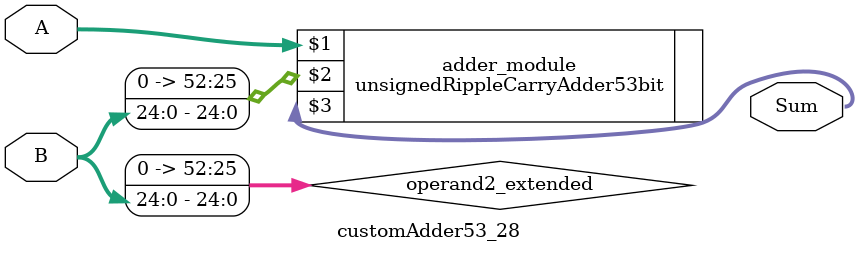
<source format=v>
module customAdder53_28(
                        input [52 : 0] A,
                        input [24 : 0] B,
                        
                        output [53 : 0] Sum
                );

        wire [52 : 0] operand2_extended;
        
        assign operand2_extended =  {28'b0, B};
        
        unsignedRippleCarryAdder53bit adder_module(
            A,
            operand2_extended,
            Sum
        );
        
        endmodule
        
</source>
